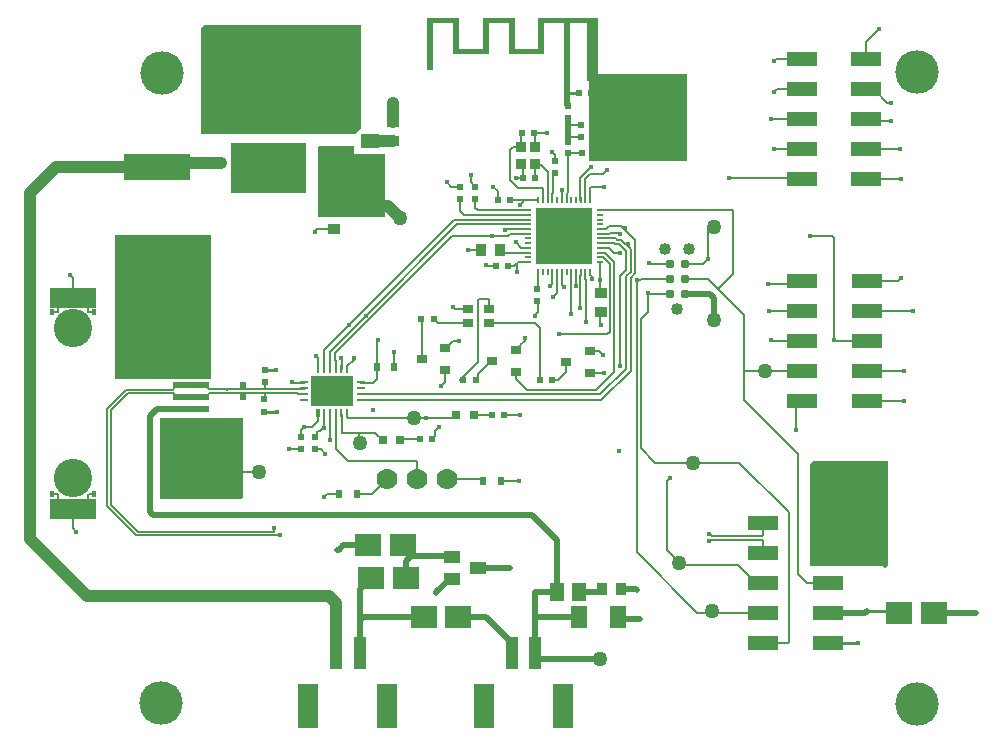
<source format=gbr>
G04*
G04 #@! TF.GenerationSoftware,Altium Limited,Altium Designer,23.1.1 (15)*
G04*
G04 Layer_Physical_Order=1*
G04 Layer_Color=255*
%FSLAX25Y25*%
%MOIN*%
G70*
G04*
G04 #@! TF.SameCoordinates,577C2DE3-5836-4DB5-AD87-4C8AFCD19023*
G04*
G04*
G04 #@! TF.FilePolarity,Positive*
G04*
G01*
G75*
%ADD10C,0.01000*%
%ADD13C,0.00500*%
%ADD16R,0.03740X0.03937*%
%ADD17R,0.02900X0.01100*%
%ADD18R,0.01180X0.02760*%
%ADD19R,0.00980X0.02760*%
%ADD20R,0.14370X0.10433*%
%ADD21R,0.08583X0.07598*%
%ADD22R,0.05512X0.07480*%
%ADD23R,0.07087X0.14961*%
%ADD24R,0.03937X0.10630*%
%ADD25R,0.03543X0.03150*%
%ADD26R,0.03937X0.03740*%
%ADD27R,0.01968X0.01968*%
%ADD28R,0.02362X0.02362*%
%ADD29R,0.03543X0.03150*%
%ADD30R,0.02362X0.02362*%
%ADD31R,0.01968X0.01968*%
%ADD32R,0.01968X0.03150*%
%ADD33R,0.03150X0.03150*%
%ADD34O,0.00787X0.02559*%
%ADD35R,0.18504X0.18504*%
%ADD36O,0.02559X0.00787*%
%ADD37R,0.15354X0.06700*%
%ADD38R,0.01575X0.02185*%
%ADD39R,0.15354X0.06700*%
%ADD40R,0.12008X0.02402*%
%ADD41R,0.03347X0.03740*%
%ADD42R,0.02165X0.02165*%
%ADD43R,0.10000X0.05000*%
%ADD44R,0.22047X0.09055*%
%ADD45R,0.05512X0.03937*%
%ADD46R,0.05906X0.05118*%
%ADD47R,0.02953X0.03740*%
%ADD48R,0.27600X0.27600*%
%ADD49R,0.06500X0.09850*%
%ADD50R,0.05118X0.05906*%
%ADD68C,0.05000*%
%ADD91R,0.02000X0.02000*%
%ADD92R,0.03600X0.02000*%
%ADD93C,0.03100*%
%ADD94C,0.02000*%
%ADD95C,0.00745*%
%ADD96C,0.00600*%
%ADD97C,0.04000*%
%ADD98C,0.07000*%
%ADD99C,0.12795*%
%ADD100C,0.04000*%
%ADD101C,0.14500*%
%ADD102C,0.01500*%
%ADD103C,0.02598*%
G36*
X196739Y229500D02*
X226500D01*
Y200500D01*
X194000D01*
Y228900D01*
X193196D01*
X193196Y246500D01*
X187684D01*
Y227132D01*
X185700D01*
Y229084D01*
Y230084D01*
Y246500D01*
X179000D01*
Y236100D01*
X167200D01*
Y246500D01*
X160500D01*
Y236100D01*
X148700D01*
Y246500D01*
X142000D01*
Y231000D01*
X140000D01*
Y248400D01*
X150600D01*
Y238000D01*
X158500D01*
Y248400D01*
X169100D01*
Y238000D01*
X177000D01*
Y248400D01*
X196739D01*
X196739Y229500D01*
D02*
G37*
G36*
X118000Y211500D02*
X116000Y209500D01*
X64500D01*
Y245000D01*
X65500Y246000D01*
X118000D01*
Y211500D01*
D02*
G37*
G36*
X99500Y190000D02*
X74500D01*
Y206500D01*
X99500D01*
Y190000D01*
D02*
G37*
G36*
X115500Y203000D02*
X126000D01*
Y182000D01*
X103500D01*
Y205293D01*
X104000Y205500D01*
X115500D01*
Y203000D01*
D02*
G37*
G36*
X68000Y128000D02*
X36000D01*
Y176000D01*
X68000D01*
Y128000D01*
D02*
G37*
G36*
X78500Y88153D02*
X78038Y87962D01*
X78000Y88000D01*
X51000D01*
Y115000D01*
X78500D01*
Y88153D01*
D02*
G37*
G36*
X293500Y66000D02*
X292500Y65000D01*
X292000Y65500D01*
X267500D01*
Y91500D01*
Y99500D01*
X268500Y100500D01*
X293500D01*
Y66000D01*
D02*
G37*
D10*
X186700Y223634D02*
X187134Y223200D01*
X190532D01*
X186700Y219167D02*
X186800Y219067D01*
X273500Y40000D02*
X283500D01*
X286500Y50500D02*
X296752D01*
X85900Y130967D02*
X89467D01*
X89500Y131000D01*
X89699Y116966D02*
X89865Y116800D01*
X85700Y116966D02*
X89699D01*
X89865Y116800D02*
X90000D01*
D13*
X105229Y111500D02*
X105500D01*
X103602Y110602D02*
X104331D01*
X105470Y116200D02*
X105484Y116186D01*
Y111516D02*
X105500Y111500D01*
X104331Y110602D02*
X105229Y111500D01*
X103234Y110234D02*
X103602Y110602D01*
X105484Y111516D02*
Y116186D01*
X107440Y107560D02*
X107500Y107500D01*
X107440Y107560D02*
Y116200D01*
X99000Y111879D02*
Y112000D01*
X101500D01*
X98000Y108500D02*
Y110879D01*
X101500Y112000D02*
X103500Y114000D01*
X98000Y110879D02*
X99000Y111879D01*
X163531Y187500D02*
Y190469D01*
X162000Y192000D02*
X163531Y190469D01*
X171000Y186058D02*
X172000Y187058D01*
X171000Y186000D02*
Y186058D01*
X172000Y187058D02*
Y187472D01*
X167469D02*
X172000D01*
X197500Y161000D02*
Y166902D01*
Y157650D02*
Y161000D01*
X95260Y126740D02*
X98870D01*
X128000Y115000D02*
X139500D01*
X191000Y151500D02*
Y162462D01*
X200000Y143000D02*
X200718Y143719D01*
X184000Y143000D02*
X200000D01*
X200718Y143719D02*
Y166281D01*
X197500Y146771D02*
Y151350D01*
X198000Y146000D02*
Y146271D01*
X197500Y146771D02*
X198000Y146271D01*
X175469Y210000D02*
X180000D01*
X264252Y195000D02*
X264752Y194500D01*
X240500Y195000D02*
X264252D01*
X194778Y161368D02*
X194969Y161177D01*
X194778Y161368D02*
Y162164D01*
X193000Y147000D02*
Y160828D01*
X192677Y161151D02*
X193000Y160828D01*
X192677Y161151D02*
Y163654D01*
X191047Y163599D02*
X191102Y163654D01*
X191047Y162510D02*
Y163599D01*
X191000Y162462D02*
X191047Y162510D01*
X194307Y162635D02*
X194778Y162164D01*
X194252Y163654D02*
X194307Y163599D01*
Y162635D02*
Y163599D01*
X189500Y159000D02*
X189528Y159028D01*
Y163654D01*
X255500Y223500D02*
X255621D01*
X256621Y224500D02*
X264752D01*
X255621Y223500D02*
X256621Y224500D01*
X187953Y161047D02*
Y163654D01*
Y161047D02*
X188000Y161000D01*
Y149500D02*
Y161000D01*
X184803Y159197D02*
X185500Y158500D01*
X184803Y159197D02*
Y163654D01*
X195268Y208500D02*
X198613D01*
X157250Y154457D02*
X160543D01*
X157000Y154207D02*
X157250Y154457D01*
X177000Y150090D02*
Y154032D01*
X233563Y177937D02*
X233625Y178000D01*
X233563Y168063D02*
Y177937D01*
X233400Y161400D02*
X236900Y157900D01*
X242000Y163000D01*
Y183932D01*
X236900Y157900D02*
X245500Y149300D01*
X241707Y184224D02*
X242000Y183932D01*
X197500Y184224D02*
X241707D01*
X21000Y162500D02*
X21870Y161630D01*
Y155026D02*
Y161630D01*
X26930Y150408D02*
Y151926D01*
X23830Y155026D02*
X26930Y151926D01*
X21870Y155026D02*
X23830D01*
X27222Y150115D02*
X28760D01*
X26930Y150408D02*
X27222Y150115D01*
X16518D02*
X16811Y150408D01*
Y151926D01*
X14980Y150115D02*
X16518D01*
X16811Y151926D02*
X19911Y155026D01*
X21870D01*
Y78130D02*
X23000Y77000D01*
X21870Y78130D02*
Y84574D01*
X26930Y89192D02*
X27222Y89485D01*
X23830Y84574D02*
X26930Y87674D01*
X27222Y89485D02*
X28760D01*
X26930Y87674D02*
Y89192D01*
X21870Y84574D02*
X23830D01*
X16518Y89485D02*
X16811Y89192D01*
Y87674D02*
Y89192D01*
X14980Y89485D02*
X16518D01*
X16811Y87674D02*
X19911Y84574D01*
X21870D01*
X233500Y168000D02*
X233563Y168063D01*
X148500Y152000D02*
X149138Y151362D01*
X153457D01*
X170000Y166500D02*
X170402Y166902D01*
X169000Y165500D02*
X170000Y166500D01*
Y163500D02*
Y166500D01*
X186878Y203008D02*
X187000Y203130D01*
X186978Y203100D02*
X190631D01*
X186878Y190172D02*
Y203008D01*
X76000Y97000D02*
X84000D01*
X102500Y177000D02*
X103350Y177850D01*
X109000D01*
X204618Y174390D02*
X207781Y171227D01*
X202238Y169778D02*
X204281D01*
X197830Y120830D02*
X207738Y130738D01*
X202578Y172890D02*
X203997D01*
X207781Y163731D02*
Y171227D01*
X197500Y174776D02*
X202814D01*
X203997Y172890D02*
X206281Y170606D01*
Y164352D02*
Y170606D01*
X205500Y178000D02*
X209281Y174219D01*
Y163110D02*
Y174219D01*
X200389Y171626D02*
X202238Y169778D01*
X202814Y174776D02*
X203200Y174390D01*
X197500Y173201D02*
X202268D01*
X207738Y161566D02*
X209281Y163110D01*
X202268Y173201D02*
X202578Y172890D01*
X203200Y174390D02*
X204618D01*
X207738Y130738D02*
Y161566D01*
X200750Y176521D02*
X204151D01*
X200580Y176350D02*
X200750Y176521D01*
X204151D02*
X204281Y176391D01*
X197500Y176350D02*
X200580D01*
X267500Y175500D02*
X275000D01*
X275500Y175000D01*
Y141000D02*
Y175000D01*
Y141000D02*
X276000Y140500D01*
X286500D01*
X204238Y132409D02*
Y162309D01*
X199136Y170051D02*
X202219Y166968D01*
X196128Y124300D02*
X202219Y130390D01*
Y166968D01*
X204238Y162309D02*
X206281Y164352D01*
X194000Y129898D02*
X194102D01*
Y130000D02*
X199000D01*
X194000Y129898D02*
X194102Y130000D01*
X209750Y70250D02*
Y160207D01*
X197679Y122800D02*
X206238Y131359D01*
Y162187D01*
X209750Y70250D02*
X230000Y50000D01*
X211250Y147963D02*
X213500Y150213D01*
X211250Y104750D02*
Y147963D01*
X206238Y162187D02*
X207781Y163731D01*
X209750Y160207D02*
X209809Y160266D01*
X211250Y104750D02*
X216000Y100000D01*
X209809Y160809D02*
X210000Y161000D01*
X209809Y160266D02*
Y160809D01*
X286500Y150500D02*
X302000D01*
X286248Y240248D02*
X290500Y244500D01*
X286248Y234500D02*
Y240248D01*
X293248Y220000D02*
X294500D01*
X288748Y224500D02*
X293248Y220000D01*
X286248Y224500D02*
X288748D01*
X286248Y194500D02*
X298000D01*
X286248Y204500D02*
X297500D01*
X255500D02*
X264752D01*
X254500Y214500D02*
X264752D01*
X254500Y141000D02*
X255000Y140500D01*
X265004D01*
X197295Y137205D02*
X198500Y136000D01*
X117866Y122800D02*
X197679D01*
X117866Y120830D02*
X197830D01*
X263000Y111000D02*
Y118496D01*
X205500Y178000D02*
X205843Y178343D01*
X181836Y155336D02*
X183228Y156728D01*
Y163654D01*
X200672Y179000D02*
X204500D01*
X205500Y178000D01*
X197500Y171626D02*
X200389D01*
X159500Y165793D02*
Y166000D01*
X159793Y165500D02*
X163031D01*
X159500Y165793D02*
X159793Y165500D01*
X160543Y146638D02*
X175862D01*
X172500Y140665D02*
Y141500D01*
X176000Y149090D02*
X177000Y150090D01*
X176000Y148969D02*
Y149090D01*
X169437Y137602D02*
X169634D01*
X170959Y139124D02*
X172500Y140665D01*
X170959Y138927D02*
Y139124D01*
X169634Y137602D02*
X170959Y138927D01*
X173210Y124300D02*
X196128D01*
X169437Y128073D02*
Y130398D01*
Y128073D02*
X173210Y124300D01*
X175862Y146638D02*
X177433Y145067D01*
Y127500D02*
Y145067D01*
X123047Y140547D02*
X123500Y141000D01*
X123047Y132000D02*
Y140547D01*
X286748Y214000D02*
X294500D01*
X286248Y214500D02*
X286748Y214000D01*
X216000Y100000D02*
X228636D01*
X255500Y234000D02*
X255771D01*
X256271Y234500D02*
X264752D01*
X255771Y234000D02*
X256271Y234500D01*
X199597Y177925D02*
X200672Y179000D01*
X197500Y177925D02*
X199597D01*
X286500Y130500D02*
X299000D01*
X286500Y120500D02*
X299000D01*
X245500Y130500D02*
Y149300D01*
Y120750D02*
Y130500D01*
X252500D02*
X265004D01*
X245500D02*
X252500D01*
X165567Y116000D02*
X171000D01*
X245500Y120750D02*
X263500Y102750D01*
X161500Y175500D02*
X166828D01*
X148121D02*
X161500D01*
X254000Y150500D02*
X265004D01*
X264004Y159500D02*
X265004Y160500D01*
X253500Y159500D02*
X264004D01*
X231900Y166400D02*
X233500Y168000D01*
X225800Y166400D02*
X231900D01*
X194614Y192000D02*
X199000D01*
X194321Y191707D02*
X194614Y192000D01*
X181653Y159653D02*
Y163654D01*
X181000Y159000D02*
X181653Y159653D01*
X210000Y161000D02*
X210771D01*
X211171Y161400D01*
X166969Y165500D02*
X169000D01*
X176929Y158398D02*
Y163654D01*
X176500Y157968D02*
X176929Y158398D01*
X170402Y166902D02*
X173681D01*
X153500Y171000D02*
X157850D01*
X165098Y170051D02*
X173681D01*
X164150Y171000D02*
X165098Y170051D01*
X169500Y173500D02*
X171374Y171626D01*
X173681D01*
X154500Y193567D02*
Y196000D01*
Y193567D02*
X156000Y192067D01*
X146500Y193500D02*
X147933Y192067D01*
X151000D01*
X172000Y187472D02*
X176929D01*
X225800Y161400D02*
X233400D01*
X119500Y149000D02*
X150000Y179500D01*
X107440Y136940D02*
X119500Y149000D01*
X296879Y160500D02*
X297879Y161500D01*
X298000D01*
X286500Y160500D02*
X296879D01*
X109260Y134172D02*
Y136639D01*
X148121Y175500D01*
X220000Y93879D02*
X221000Y94879D01*
Y95000D01*
X220000Y71000D02*
Y93879D01*
Y71000D02*
X225000Y66000D01*
X243504D01*
X114000Y146000D02*
X149000Y181000D01*
X105470Y137470D02*
X114000Y146000D01*
X263000Y118496D02*
X265004Y120500D01*
X228636Y100000D02*
X244000D01*
X260500Y40293D02*
Y83500D01*
X244000Y100000D02*
X260500Y83500D01*
X260207Y40000D02*
X260500Y40293D01*
X252004Y40000D02*
X260207D01*
X263500Y63000D02*
Y102750D01*
Y63000D02*
X266500Y60000D01*
X273500D01*
X296752Y50500D02*
X297252Y50000D01*
X213500Y150213D02*
Y156500D01*
X230000Y50000D02*
X235000D01*
X252004D01*
X211171Y161400D02*
X220800D01*
X213600Y156400D02*
X220800D01*
X213500Y156500D02*
X213600Y156400D01*
X249504Y60000D02*
X252004D01*
X243504Y66000D02*
X249504Y60000D01*
X105500Y88500D02*
X106500Y89500D01*
X110547D01*
X155453Y116000D02*
X161500D01*
X113650Y115000D02*
X128000D01*
X148547D02*
X149547Y116000D01*
X139500Y115000D02*
X148547D01*
X164453Y94000D02*
X170500D01*
X148531Y140500D02*
X150500D01*
X146134Y138102D02*
X148531Y140500D01*
X145937Y138102D02*
X146134D01*
X144500Y125500D02*
X145937Y126937D01*
Y130898D01*
X197500Y168476D02*
X198524D01*
X200718Y166281D01*
X197500Y170051D02*
X199136D01*
X186228Y130228D02*
Y133602D01*
X183500Y127500D02*
X186228Y130228D01*
X181567Y127500D02*
X183500D01*
X143429Y146638D02*
X153457D01*
X142067Y148000D02*
X143429Y146638D01*
X160543Y151362D02*
Y154457D01*
X151000Y127500D02*
X157000Y133500D01*
Y154207D01*
X151000Y127500D02*
X151933D01*
X156998Y129632D02*
X161366Y134000D01*
X156067Y127500D02*
X156998Y128431D01*
Y129632D01*
X161366Y134000D02*
X161563D01*
X137933Y148000D02*
X138063Y147870D01*
Y134500D02*
Y147870D01*
X150000Y179500D02*
X162500D01*
X149000Y181000D02*
X171971D01*
X194102Y137205D02*
X197295D01*
X117110Y110000D02*
X122547D01*
X111673D02*
X117110D01*
Y106890D02*
X117500Y106500D01*
X117110Y106890D02*
Y110000D01*
X113500Y100500D02*
X136207D01*
X136500Y100207D01*
X109500Y104500D02*
X113500Y100500D01*
X136500Y94500D02*
Y100207D01*
X122547Y110000D02*
X125047Y107500D01*
X111380Y110293D02*
Y116200D01*
Y110293D02*
X111673Y110000D01*
X95000Y127000D02*
X95260Y126740D01*
X104437Y104563D02*
X106000Y103000D01*
X102500Y104563D02*
X104437D01*
X94000Y104500D02*
X94063Y104563D01*
X98000D01*
X103234Y109234D02*
Y110234D01*
X102500Y108500D02*
X103234Y109234D01*
X121500Y89500D02*
X126500Y94500D01*
X116453Y89500D02*
X121500D01*
X146500Y94500D02*
X158047D01*
X158547Y94000D01*
X109500Y104500D02*
Y109705D01*
X109410Y109795D02*
X109500Y109705D01*
X109410Y109795D02*
Y116200D01*
X103500Y114000D02*
Y116200D01*
X142498Y110498D02*
X144000Y112000D01*
X142498Y108931D02*
Y110498D01*
X141567Y108000D02*
X142498Y108931D01*
X130953Y107500D02*
X131453Y108000D01*
X137433D01*
X166771Y178000D02*
X166845Y177925D01*
X173681D01*
X166000Y177500D02*
X166271D01*
X166771Y178000D01*
X166828Y175500D02*
X167679Y176350D01*
X173681D01*
X113350Y115300D02*
Y116200D01*
Y115300D02*
X113650Y115000D01*
X128953Y132000D02*
X129421Y131532D01*
X128953Y136953D02*
X129000Y137000D01*
X128953Y132000D02*
Y136953D01*
X121760Y126740D02*
X123047Y128027D01*
Y132000D01*
X117866Y126740D02*
X121760D01*
X103000Y135500D02*
X103500Y135000D01*
Y131358D02*
Y135000D01*
X115500Y134408D02*
Y135000D01*
X113350Y132258D02*
X115500Y134408D01*
X113350Y131358D02*
Y132258D01*
X111260Y135000D02*
X111380Y134880D01*
X109410Y131358D02*
Y134022D01*
X109260Y134172D02*
X109410Y134022D01*
X111380Y131358D02*
Y134880D01*
X162500Y179500D02*
X162500Y179500D01*
X173681D01*
X107440Y131358D02*
Y136940D01*
X172046Y181075D02*
X173681D01*
X171971Y181000D02*
X172046Y181075D01*
X105470Y131358D02*
Y137470D01*
X151000Y184000D02*
X152350Y182650D01*
X151000Y184000D02*
Y187933D01*
X152350Y182650D02*
X173681D01*
X156000Y185000D02*
X156776Y184224D01*
X156000Y185000D02*
Y187933D01*
X156776Y184224D02*
X173681D01*
X175469Y210000D02*
X175764Y209705D01*
Y205354D02*
Y209705D01*
X171236Y209705D02*
X171531Y210000D01*
X171236Y205354D02*
Y209705D01*
Y199646D02*
X172031Y198850D01*
Y195000D02*
Y198850D01*
X167500Y194172D02*
X170176Y191496D01*
X178211D01*
X167500Y204207D02*
X168647Y205354D01*
X167500Y194172D02*
Y204207D01*
X169500Y195000D02*
X172031D01*
X175969Y199441D02*
X176304Y199106D01*
X175764Y199646D02*
X175969Y199441D01*
Y195000D02*
Y199441D01*
X178211Y191496D02*
X178504Y191203D01*
Y187472D02*
Y191203D01*
X176304Y199106D02*
X177894D01*
X180079Y190579D02*
Y196921D01*
X177894Y199106D02*
X180079Y196921D01*
X168647Y205354D02*
X171236D01*
X180079Y190579D02*
X180079Y190579D01*
X180079Y187472D02*
Y190579D01*
X181500Y203500D02*
X182500Y202500D01*
Y200468D02*
Y202500D01*
X181766Y189959D02*
Y195797D01*
X181653Y189847D02*
X181766Y189959D01*
Y195797D02*
X182500Y196531D01*
X181653Y187472D02*
Y189847D01*
X184803Y190925D02*
X184878Y191000D01*
X186378Y189672D02*
X186878Y190172D01*
X186378Y187472D02*
Y189672D01*
X184803Y187472D02*
Y190925D01*
X192677Y194556D02*
X194299Y196177D01*
X191000Y187472D02*
Y195000D01*
X192677Y187472D02*
Y194556D01*
X194299Y196177D02*
X198677D01*
X191000Y195000D02*
X194500Y198500D01*
X186600Y206840D02*
X187100Y207340D01*
X198677Y196177D02*
X200000Y197500D01*
X194321Y187954D02*
Y191707D01*
X190532Y212500D02*
X191032Y213000D01*
X187500Y208500D02*
X190532D01*
X187000Y209000D02*
X187500Y208500D01*
X187000Y212500D02*
X190532D01*
X214000Y166500D02*
X214100Y166400D01*
X220800D01*
D16*
X164150Y171000D02*
D03*
X157850D02*
D03*
X198350Y58000D02*
D03*
X204650D02*
D03*
D17*
X117866Y126981D02*
D03*
Y125011D02*
D03*
Y123041D02*
D03*
X98870Y126981D02*
D03*
Y125011D02*
D03*
Y123041D02*
D03*
Y121071D02*
D03*
X117866D02*
D03*
D18*
X103500Y116441D02*
D03*
D19*
X105468D02*
D03*
X107437D02*
D03*
X109406D02*
D03*
X111374D02*
D03*
X113342D02*
D03*
Y131401D02*
D03*
X111374D02*
D03*
X109406D02*
D03*
X107437D02*
D03*
X105468D02*
D03*
X103500D02*
D03*
D20*
X108368Y123921D02*
D03*
D21*
X138752Y48500D02*
D03*
X150248D02*
D03*
X120252Y72500D02*
D03*
X131748D02*
D03*
X121252Y61500D02*
D03*
X132748D02*
D03*
X308748Y50000D02*
D03*
X297252D02*
D03*
D22*
X203496Y48500D02*
D03*
X190504D02*
D03*
D23*
X100311Y18984D02*
D03*
X126689D02*
D03*
X158811D02*
D03*
X185189D02*
D03*
D24*
X109563Y36504D02*
D03*
X117437D02*
D03*
X168063D02*
D03*
X175937D02*
D03*
D25*
X160543Y151362D02*
D03*
X153457D02*
D03*
X160543Y146638D02*
D03*
X153457D02*
D03*
D26*
X198000Y150350D02*
D03*
Y156650D02*
D03*
X128500Y213650D02*
D03*
Y207350D02*
D03*
X109000Y184150D02*
D03*
Y177850D02*
D03*
D27*
X176500Y157968D02*
D03*
Y154032D02*
D03*
X182500Y196531D02*
D03*
Y200468D02*
D03*
X102500Y104563D02*
D03*
Y108500D02*
D03*
X98000Y104563D02*
D03*
Y108500D02*
D03*
D28*
X177433Y127500D02*
D03*
X181567D02*
D03*
X137433Y108000D02*
D03*
X141567D02*
D03*
X161433Y116000D02*
D03*
X165567D02*
D03*
X137933Y148000D02*
D03*
X142067D02*
D03*
X156067Y127500D02*
D03*
X151933D02*
D03*
D29*
X194102Y130000D02*
D03*
Y137205D02*
D03*
X186228Y133602D02*
D03*
X169437Y130398D02*
D03*
Y137602D02*
D03*
X161563Y134000D02*
D03*
X145937Y130898D02*
D03*
Y138102D02*
D03*
X138063Y134500D02*
D03*
D30*
X85700Y121100D02*
D03*
Y116966D02*
D03*
X156000Y192067D02*
D03*
Y187933D02*
D03*
X151000Y192067D02*
D03*
Y187933D02*
D03*
X186800Y219067D02*
D03*
Y214933D02*
D03*
X78600Y121766D02*
D03*
Y125900D02*
D03*
X85900Y126833D02*
D03*
Y130967D02*
D03*
D31*
X190532Y223200D02*
D03*
X194468D02*
D03*
X171531Y210000D02*
D03*
X175469D02*
D03*
X195468Y203100D02*
D03*
X191532D02*
D03*
X166969Y165500D02*
D03*
X163031D02*
D03*
X167469Y187500D02*
D03*
X163531D02*
D03*
X175969Y195000D02*
D03*
X172031D02*
D03*
X191232Y212600D02*
D03*
X195168D02*
D03*
X191332Y208500D02*
D03*
X195268D02*
D03*
D32*
X110547Y89500D02*
D03*
X116453D02*
D03*
X158547Y94000D02*
D03*
X164453D02*
D03*
X128953Y132000D02*
D03*
X123047D02*
D03*
D33*
X130953Y107500D02*
D03*
X125047D02*
D03*
X155453Y116000D02*
D03*
X149547D02*
D03*
D34*
X192677Y163654D02*
D03*
X191102D02*
D03*
X189528D02*
D03*
X176929Y187472D02*
D03*
X178504D02*
D03*
X180079D02*
D03*
X181653D02*
D03*
X183228D02*
D03*
X184803D02*
D03*
X186378D02*
D03*
X187953D02*
D03*
X189528D02*
D03*
X191102D02*
D03*
X192677D02*
D03*
X194252D02*
D03*
Y163654D02*
D03*
X186378D02*
D03*
X184803D02*
D03*
X183228D02*
D03*
X181653D02*
D03*
X180079D02*
D03*
X178504D02*
D03*
X176929D02*
D03*
X187953D02*
D03*
D35*
X185591Y175563D02*
D03*
D36*
X173681Y166902D02*
D03*
Y170051D02*
D03*
Y171626D02*
D03*
Y173201D02*
D03*
Y174776D02*
D03*
Y176350D02*
D03*
Y182650D02*
D03*
Y184224D02*
D03*
X197500D02*
D03*
Y182650D02*
D03*
Y181075D02*
D03*
Y179500D02*
D03*
Y177925D02*
D03*
Y176350D02*
D03*
Y174776D02*
D03*
Y173201D02*
D03*
Y171626D02*
D03*
Y170051D02*
D03*
Y168476D02*
D03*
Y166902D02*
D03*
X173681Y168476D02*
D03*
Y181075D02*
D03*
Y179500D02*
D03*
Y177925D02*
D03*
D37*
X21870Y84574D02*
D03*
D38*
X14980Y89485D02*
D03*
X28760D02*
D03*
X14980Y150115D02*
D03*
X28760D02*
D03*
D39*
X21870Y155026D02*
D03*
D40*
X61240Y109800D02*
D03*
Y113800D02*
D03*
Y117800D02*
D03*
Y121800D02*
D03*
Y125800D02*
D03*
Y129800D02*
D03*
Y105800D02*
D03*
Y133800D02*
D03*
D41*
X171236Y199646D02*
D03*
X175764D02*
D03*
Y205354D02*
D03*
X171236D02*
D03*
D42*
X186900Y207070D02*
D03*
Y203330D02*
D03*
D43*
X273500Y40000D02*
D03*
Y50000D02*
D03*
Y60000D02*
D03*
Y70000D02*
D03*
Y80000D02*
D03*
X252004Y40000D02*
D03*
Y50000D02*
D03*
Y60000D02*
D03*
Y70000D02*
D03*
Y80000D02*
D03*
X286500Y120500D02*
D03*
Y130500D02*
D03*
Y140500D02*
D03*
Y150500D02*
D03*
Y160500D02*
D03*
X265004Y120500D02*
D03*
Y130500D02*
D03*
Y140500D02*
D03*
Y150500D02*
D03*
Y160500D02*
D03*
X286248Y194500D02*
D03*
Y204500D02*
D03*
Y214500D02*
D03*
Y224500D02*
D03*
Y234500D02*
D03*
X264752Y194500D02*
D03*
Y204500D02*
D03*
Y214500D02*
D03*
Y224500D02*
D03*
Y234500D02*
D03*
D44*
X50000Y198567D02*
D03*
Y169433D02*
D03*
D45*
X156831Y65000D02*
D03*
X148169Y61260D02*
D03*
Y68740D02*
D03*
D46*
X121000Y199660D02*
D03*
Y207140D02*
D03*
D47*
X76000Y200000D02*
D03*
X71079D02*
D03*
D48*
X100000Y224300D02*
D03*
D49*
X109050Y199700D02*
D03*
X90950D02*
D03*
D50*
X183160Y57000D02*
D03*
X190640D02*
D03*
D68*
X117500Y106500D02*
D03*
X84000Y97000D02*
D03*
X197500Y34500D02*
D03*
X131000Y181500D02*
D03*
X135500Y115000D02*
D03*
X291000Y68000D02*
D03*
X252500Y130500D02*
D03*
X224000Y66500D02*
D03*
X235500Y178500D02*
D03*
X235000Y50500D02*
D03*
X235500Y147500D02*
D03*
X228636Y100000D02*
D03*
D91*
X186700Y228100D02*
D03*
D92*
X194968D02*
D03*
D93*
X220800Y156400D02*
D03*
Y161400D02*
D03*
Y166400D02*
D03*
X225800D02*
D03*
Y161400D02*
D03*
Y156400D02*
D03*
D94*
X186700Y223634D02*
Y228100D01*
Y219167D02*
Y223634D01*
X48672Y82500D02*
X175000D01*
X183160Y74340D01*
Y57000D02*
Y74340D01*
X235500Y147500D02*
Y155000D01*
X273500Y50000D02*
X286000D01*
X286500Y50500D01*
X47500Y83672D02*
X48672Y82500D01*
X47500Y83672D02*
Y115500D01*
X49800Y117800D01*
X187000Y209000D02*
Y212500D01*
Y207240D02*
Y209000D01*
Y212500D02*
Y214933D01*
X225800Y156400D02*
X234100D01*
X235500Y155000D01*
X175937Y35469D02*
X176906Y34500D01*
X175937Y35469D02*
Y36504D01*
X176906Y34500D02*
X197500D01*
X110500Y71000D02*
X112000Y72500D01*
X110000Y71000D02*
X110500D01*
X112000Y72500D02*
X120252D01*
X308748Y50000D02*
X322748D01*
X209500Y58000D02*
X210000Y57500D01*
X156831Y65000D02*
X167500D01*
X175937Y57000D02*
X183160D01*
X147909Y69000D02*
X148169Y68740D01*
X134500Y69000D02*
X147909D01*
X132748Y61500D02*
Y67248D01*
X134500Y69000D01*
X147382Y61260D02*
X148169D01*
X143000Y56878D02*
X147382Y61260D01*
X143000Y56500D02*
Y56878D01*
X117437Y47328D02*
Y57685D01*
Y36504D02*
Y47328D01*
X117961Y58701D02*
X120760Y61500D01*
X117961Y58209D02*
Y58701D01*
X117437Y57685D02*
X117961Y58209D01*
X120760Y61500D02*
X121252D01*
X175937Y48000D02*
Y57000D01*
X203996Y48000D02*
X211000D01*
X203496Y48500D02*
X203996Y48000D01*
X204650Y58000D02*
X209500D01*
X197449Y57000D02*
X198350Y57902D01*
X190640Y57000D02*
X197449D01*
X198350Y57902D02*
Y58000D01*
X159413Y48500D02*
X168063Y39850D01*
X150248Y48500D02*
X159413D01*
X117437Y47328D02*
X118609Y48500D01*
X138752D01*
X168063Y36504D02*
Y39850D01*
X175937Y36504D02*
Y48000D01*
X176437Y48500D01*
X190504D01*
X49800Y117800D02*
X61240D01*
D95*
X73165Y124472D02*
X79578D01*
X73662Y123127D02*
X79021D01*
X98822Y124723D02*
X98870Y124770D01*
X96587Y124458D02*
X96851Y124723D01*
X98822D01*
X85900Y124458D02*
Y126833D01*
Y124458D02*
X96587D01*
X61240Y125800D02*
X66043D01*
X66872Y124909D02*
Y124972D01*
X66043Y125800D02*
X66872Y124972D01*
X79578Y124472D02*
X79593Y124458D01*
X85900D01*
X66872Y124909D02*
X67308Y124472D01*
X73165D01*
X96851Y122847D02*
X98822D01*
X96587Y123112D02*
X96851Y122847D01*
X98822D02*
X98870Y122800D01*
X85900Y123112D02*
X96587D01*
X85900Y121300D02*
Y123112D01*
X85700Y121100D02*
X85900Y121300D01*
X79021Y123127D02*
X79036Y123112D01*
X67308Y123127D02*
X73165D01*
X79036Y123112D02*
X85900D01*
X66872Y122691D02*
X67308Y123127D01*
X66872Y122628D02*
Y122691D01*
X66043Y121800D02*
X66872Y122628D01*
X61240Y121800D02*
X66043D01*
D96*
X90777Y75878D02*
X90950Y76050D01*
X89375Y75878D02*
X90777D01*
X89297Y75800D02*
X89375Y75878D01*
X56437Y125800D02*
X61240D01*
X55536Y124751D02*
Y124899D01*
X56437Y125800D01*
X55185Y124400D02*
X55536Y124751D01*
X39703Y124400D02*
X55185D01*
X73165Y124472D02*
X73310Y124328D01*
X43003Y75800D02*
X89297D01*
X33300Y117997D02*
X39703Y124400D01*
X33300Y85503D02*
X43003Y75800D01*
X33300Y85503D02*
Y117997D01*
X251653Y74400D02*
X252004Y74049D01*
Y70000D02*
Y74049D01*
X88800Y77000D02*
Y78002D01*
X88899Y78101D01*
X73165Y123127D02*
X73662D01*
X55185Y123200D02*
X55536Y122848D01*
X40200Y123200D02*
X55185D01*
X55536Y122701D02*
Y122848D01*
X43500Y77000D02*
X88800D01*
X55536Y122701D02*
X56437Y121800D01*
X61240D01*
X34500Y117500D02*
X40200Y123200D01*
X34500Y86000D02*
X43500Y77000D01*
X34500Y86000D02*
Y117500D01*
X252004Y75951D02*
Y80000D01*
X251653Y75600D02*
X252004Y75951D01*
X234893Y75600D02*
X251653D01*
X234000Y76250D02*
X234243D01*
X234000Y73750D02*
X234243D01*
X234893Y74400D01*
X234243Y76250D02*
X234893Y75600D01*
Y74400D02*
X251653D01*
D97*
X7500Y190000D02*
X16067Y198567D01*
X50000D01*
X7500Y74500D02*
Y190000D01*
Y74500D02*
X26500Y55500D01*
X109563Y36504D02*
Y53157D01*
X107220Y55500D02*
X109563Y53157D01*
X26500Y55500D02*
X107220D01*
X124500Y185500D02*
X126729D01*
X130729Y181500D02*
X131000D01*
X126729Y185500D02*
X130729Y181500D01*
X128500Y213650D02*
Y220000D01*
X128290Y207140D02*
X128500Y207350D01*
X121000Y207140D02*
X128290D01*
X51433Y200000D02*
X71079D01*
X50000Y198567D02*
X51433Y200000D01*
D98*
X126500Y94500D02*
D03*
X136500D02*
D03*
X146500D02*
D03*
D99*
X21870Y94800D02*
D03*
Y144800D02*
D03*
D100*
X227300Y171400D02*
D03*
X219300D02*
D03*
X223300Y151400D02*
D03*
D101*
X51400Y229800D02*
D03*
X303300Y230100D02*
D03*
X303100Y19500D02*
D03*
X51200Y20000D02*
D03*
D102*
X105500Y111500D02*
D03*
X99000Y112000D02*
D03*
X181500Y203500D02*
D03*
X162000Y192000D02*
D03*
X171000Y186000D02*
D03*
X114000Y121000D02*
D03*
X110500D02*
D03*
X107000D02*
D03*
X103000D02*
D03*
X103500Y124000D02*
D03*
X107000D02*
D03*
X110500D02*
D03*
X114000D02*
D03*
Y127000D02*
D03*
X110500D02*
D03*
X107000D02*
D03*
X103506Y127376D02*
D03*
X191000Y151500D02*
D03*
X198000Y146000D02*
D03*
X180000Y210000D02*
D03*
X210000Y161000D02*
D03*
X240500Y195000D02*
D03*
X194969Y161177D02*
D03*
X189500Y159000D02*
D03*
X193000Y147000D02*
D03*
X255500Y223500D02*
D03*
X185500Y158500D02*
D03*
X122000Y117500D02*
D03*
X21000Y162500D02*
D03*
X23000Y77000D02*
D03*
X148500Y152000D02*
D03*
X197500Y161000D02*
D03*
X170000Y163500D02*
D03*
X75000Y109000D02*
D03*
X72000Y103000D02*
D03*
X75000Y97000D02*
D03*
X72000Y91000D02*
D03*
X69000Y97000D02*
D03*
X66000Y91000D02*
D03*
X63000Y97000D02*
D03*
X60000Y91000D02*
D03*
X57000Y97000D02*
D03*
X54000Y91000D02*
D03*
X115000Y240000D02*
D03*
X110000D02*
D03*
X105000D02*
D03*
X100000D02*
D03*
X95000D02*
D03*
X90000D02*
D03*
X85000D02*
D03*
X80000D02*
D03*
X82500Y235000D02*
D03*
X80000Y230000D02*
D03*
X82500Y225000D02*
D03*
X80000Y220000D02*
D03*
X82500Y215000D02*
D03*
X75000Y240000D02*
D03*
X77500Y235000D02*
D03*
X75000Y230000D02*
D03*
X77500Y225000D02*
D03*
X75000Y220000D02*
D03*
X77500Y215000D02*
D03*
X70000Y240000D02*
D03*
X72500Y235000D02*
D03*
X70000Y230000D02*
D03*
X72500Y225000D02*
D03*
X70000Y220000D02*
D03*
X72500Y215000D02*
D03*
X67500Y235000D02*
D03*
Y225000D02*
D03*
Y215000D02*
D03*
X220000Y225000D02*
D03*
X222500Y220000D02*
D03*
X220000Y215000D02*
D03*
X222500Y210000D02*
D03*
X215000Y225000D02*
D03*
X217500Y220000D02*
D03*
X215000Y215000D02*
D03*
X217500Y210000D02*
D03*
X215000Y205000D02*
D03*
X210000Y225000D02*
D03*
X212500Y220000D02*
D03*
X210000Y215000D02*
D03*
X212500Y210000D02*
D03*
X210000Y205000D02*
D03*
X205000Y225000D02*
D03*
X207500Y220000D02*
D03*
X205000Y215000D02*
D03*
X207500Y210000D02*
D03*
X205000Y205000D02*
D03*
X200000Y225000D02*
D03*
X202500Y220000D02*
D03*
X200000Y215000D02*
D03*
X202500Y210000D02*
D03*
X200000Y205000D02*
D03*
X197500Y210000D02*
D03*
X280000Y95000D02*
D03*
X285000Y85000D02*
D03*
X280000Y75000D02*
D03*
X270000Y95000D02*
D03*
X275000Y85000D02*
D03*
X270000Y75000D02*
D03*
X102500Y177000D02*
D03*
X206858Y172858D02*
D03*
X204281Y169778D02*
D03*
Y176391D02*
D03*
X267500Y175500D02*
D03*
X275500Y141000D02*
D03*
X204238Y132409D02*
D03*
X199000Y130000D02*
D03*
X204000Y104000D02*
D03*
X302000Y150500D02*
D03*
X290500Y244500D02*
D03*
X294500Y220000D02*
D03*
X298000Y194500D02*
D03*
X297500Y204500D02*
D03*
X255500D02*
D03*
X188000Y149500D02*
D03*
X254500Y214500D02*
D03*
Y141000D02*
D03*
X198500Y136000D02*
D03*
X263000Y111000D02*
D03*
X205843Y178343D02*
D03*
X181836Y155336D02*
D03*
X159500Y166000D02*
D03*
X172500Y141500D02*
D03*
X176000Y148969D02*
D03*
X184000Y143000D02*
D03*
X123500Y141000D02*
D03*
X294500Y214000D02*
D03*
X255500Y234000D02*
D03*
X299000Y130500D02*
D03*
Y120500D02*
D03*
X171000Y116000D02*
D03*
X161500Y175500D02*
D03*
X254000Y150500D02*
D03*
X253500Y159500D02*
D03*
X233500Y168000D02*
D03*
X199000Y192000D02*
D03*
X181000Y159000D02*
D03*
X153500Y171000D02*
D03*
X169500Y173500D02*
D03*
X154500Y196000D02*
D03*
X146500Y193500D02*
D03*
X298000Y161500D02*
D03*
X221000Y95000D02*
D03*
X119500Y149000D02*
D03*
X114000Y146000D02*
D03*
X283500Y40000D02*
D03*
X286500Y50500D02*
D03*
X213500Y156500D02*
D03*
X90950Y76050D02*
D03*
X88899Y78101D02*
D03*
X234000Y76250D02*
D03*
Y73750D02*
D03*
X105500Y88500D02*
D03*
X170500Y94000D02*
D03*
X150500Y140500D02*
D03*
X144500Y125500D02*
D03*
X95000Y127000D02*
D03*
X106000Y103000D02*
D03*
X94000Y104500D02*
D03*
X107500Y107500D02*
D03*
X144000Y112000D02*
D03*
X166000Y177500D02*
D03*
X139500Y115000D02*
D03*
X129000Y137000D02*
D03*
X103000Y135500D02*
D03*
X115500Y135000D02*
D03*
X111260D02*
D03*
X169500Y195000D02*
D03*
X184878Y191000D02*
D03*
X194500Y198500D02*
D03*
X200000Y197500D02*
D03*
X214000Y166500D02*
D03*
X235500Y155000D02*
D03*
X110000Y71000D02*
D03*
X322748Y50000D02*
D03*
X210000Y57500D02*
D03*
X167500Y65000D02*
D03*
X143000Y56500D02*
D03*
X211000Y48000D02*
D03*
X121000Y184000D02*
D03*
X118500Y188000D02*
D03*
X116500Y184500D02*
D03*
X123000Y187000D02*
D03*
X120500Y191500D02*
D03*
X115500Y191000D02*
D03*
X128500Y220000D02*
D03*
X89500Y131000D02*
D03*
X90000Y116800D02*
D03*
D103*
X192677Y182650D02*
D03*
Y177925D02*
D03*
Y173201D02*
D03*
Y168476D02*
D03*
X187953Y182650D02*
D03*
Y177925D02*
D03*
Y173201D02*
D03*
Y168476D02*
D03*
X183228Y182650D02*
D03*
Y177925D02*
D03*
Y173201D02*
D03*
Y168476D02*
D03*
X178504Y182650D02*
D03*
Y177925D02*
D03*
Y168476D02*
D03*
Y173201D02*
D03*
M02*

</source>
